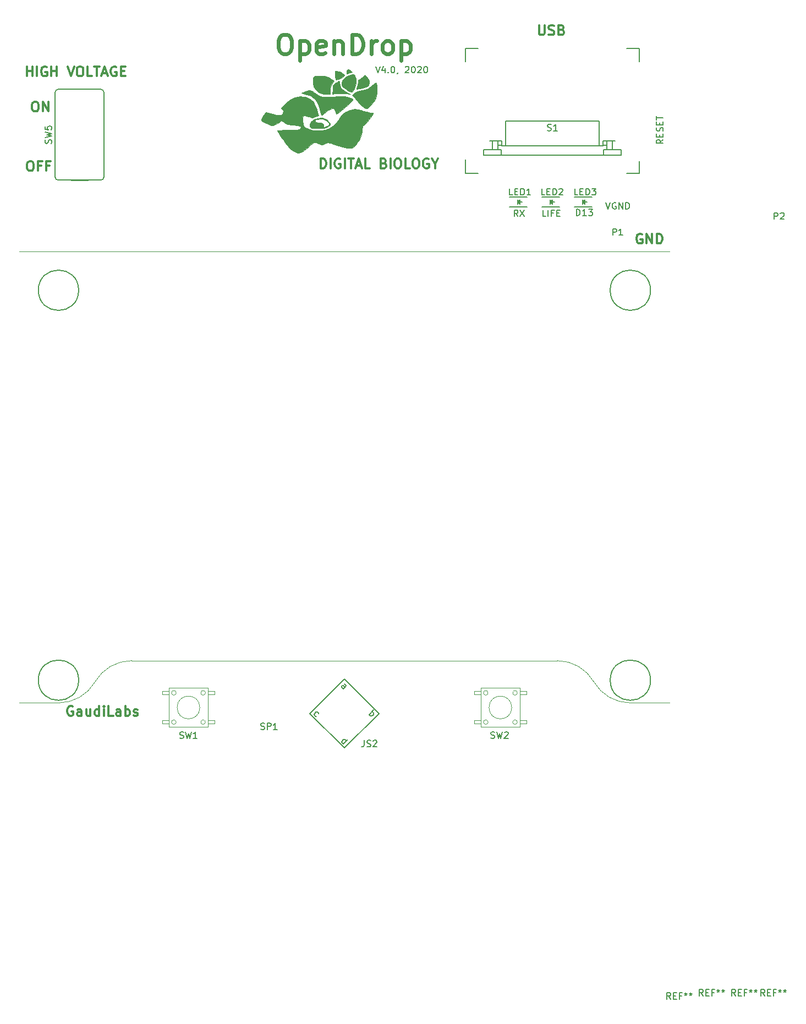
<source format=gbr>
G04 #@! TF.GenerationSoftware,KiCad,Pcbnew,5.0.2-bee76a0~70~ubuntu18.04.1*
G04 #@! TF.CreationDate,2020-04-07T14:55:27+02:00*
G04 #@! TF.ProjectId,OpenDropV4,4f70656e-4472-46f7-9056-342e6b696361,rev?*
G04 #@! TF.SameCoordinates,Original*
G04 #@! TF.FileFunction,Legend,Top*
G04 #@! TF.FilePolarity,Positive*
%FSLAX46Y46*%
G04 Gerber Fmt 4.6, Leading zero omitted, Abs format (unit mm)*
G04 Created by KiCad (PCBNEW 5.0.2-bee76a0~70~ubuntu18.04.1) date Di 07 Apr 2020 14:55:27 CEST*
%MOMM*%
%LPD*%
G01*
G04 APERTURE LIST*
%ADD10C,0.100000*%
%ADD11C,0.150000*%
%ADD12C,0.200000*%
%ADD13C,0.300000*%
%ADD14C,0.600000*%
%ADD15C,0.010000*%
%ADD16C,0.050000*%
%ADD17C,0.152400*%
G04 APERTURE END LIST*
D10*
X144000000Y-137500000D02*
X150000000Y-137500000D01*
X132750417Y-130999277D02*
G75*
G02X138380000Y-134250000I-417J-6500723D01*
G01*
X144004583Y-137492062D02*
G75*
G02X138380000Y-134250000I-4583J6492062D01*
G01*
X61620835Y-134250000D02*
G75*
G02X67250000Y-131000000I5629165J-3250000D01*
G01*
X61629165Y-134250000D02*
G75*
G02X56000000Y-137500000I-5629165J3250000D01*
G01*
X50000000Y-137500000D02*
X56000000Y-137500000D01*
X67240000Y-131000000D02*
X132760000Y-131000000D01*
D11*
X149042380Y-50814380D02*
X148566190Y-51147714D01*
X149042380Y-51385809D02*
X148042380Y-51385809D01*
X148042380Y-51004857D01*
X148090000Y-50909619D01*
X148137619Y-50862000D01*
X148232857Y-50814380D01*
X148375714Y-50814380D01*
X148470952Y-50862000D01*
X148518571Y-50909619D01*
X148566190Y-51004857D01*
X148566190Y-51385809D01*
X148518571Y-50385809D02*
X148518571Y-50052476D01*
X149042380Y-49909619D02*
X149042380Y-50385809D01*
X148042380Y-50385809D01*
X148042380Y-49909619D01*
X148994761Y-49528666D02*
X149042380Y-49385809D01*
X149042380Y-49147714D01*
X148994761Y-49052476D01*
X148947142Y-49004857D01*
X148851904Y-48957238D01*
X148756666Y-48957238D01*
X148661428Y-49004857D01*
X148613809Y-49052476D01*
X148566190Y-49147714D01*
X148518571Y-49338190D01*
X148470952Y-49433428D01*
X148423333Y-49481047D01*
X148328095Y-49528666D01*
X148232857Y-49528666D01*
X148137619Y-49481047D01*
X148090000Y-49433428D01*
X148042380Y-49338190D01*
X148042380Y-49100095D01*
X148090000Y-48957238D01*
X148518571Y-48528666D02*
X148518571Y-48195333D01*
X149042380Y-48052476D02*
X149042380Y-48528666D01*
X148042380Y-48528666D01*
X148042380Y-48052476D01*
X148042380Y-47766761D02*
X148042380Y-47195333D01*
X149042380Y-47481047D02*
X148042380Y-47481047D01*
D12*
X140255857Y-60498380D02*
X140589190Y-61498380D01*
X140922523Y-60498380D01*
X141779666Y-60546000D02*
X141684428Y-60498380D01*
X141541571Y-60498380D01*
X141398714Y-60546000D01*
X141303476Y-60641238D01*
X141255857Y-60736476D01*
X141208238Y-60926952D01*
X141208238Y-61069809D01*
X141255857Y-61260285D01*
X141303476Y-61355523D01*
X141398714Y-61450761D01*
X141541571Y-61498380D01*
X141636809Y-61498380D01*
X141779666Y-61450761D01*
X141827285Y-61403142D01*
X141827285Y-61069809D01*
X141636809Y-61069809D01*
X142255857Y-61498380D02*
X142255857Y-60498380D01*
X142827285Y-61498380D01*
X142827285Y-60498380D01*
X143303476Y-61498380D02*
X143303476Y-60498380D01*
X143541571Y-60498380D01*
X143684428Y-60546000D01*
X143779666Y-60641238D01*
X143827285Y-60736476D01*
X143874904Y-60926952D01*
X143874904Y-61069809D01*
X143827285Y-61260285D01*
X143779666Y-61355523D01*
X143684428Y-61450761D01*
X143541571Y-61498380D01*
X143303476Y-61498380D01*
X135691714Y-62514380D02*
X135691714Y-61514380D01*
X135929809Y-61514380D01*
X136072666Y-61562000D01*
X136167904Y-61657238D01*
X136215523Y-61752476D01*
X136263142Y-61942952D01*
X136263142Y-62085809D01*
X136215523Y-62276285D01*
X136167904Y-62371523D01*
X136072666Y-62466761D01*
X135929809Y-62514380D01*
X135691714Y-62514380D01*
X137215523Y-62514380D02*
X136644095Y-62514380D01*
X136929809Y-62514380D02*
X136929809Y-61514380D01*
X136834571Y-61657238D01*
X136739333Y-61752476D01*
X136644095Y-61800095D01*
X137548857Y-61514380D02*
X138167904Y-61514380D01*
X137834571Y-61895333D01*
X137977428Y-61895333D01*
X138072666Y-61942952D01*
X138120285Y-61990571D01*
X138167904Y-62085809D01*
X138167904Y-62323904D01*
X138120285Y-62419142D01*
X138072666Y-62466761D01*
X137977428Y-62514380D01*
X137691714Y-62514380D01*
X137596476Y-62466761D01*
X137548857Y-62419142D01*
X131016476Y-62641380D02*
X130540285Y-62641380D01*
X130540285Y-61641380D01*
X131349809Y-62641380D02*
X131349809Y-61641380D01*
X132159333Y-62117571D02*
X131826000Y-62117571D01*
X131826000Y-62641380D02*
X131826000Y-61641380D01*
X132302190Y-61641380D01*
X132683142Y-62117571D02*
X133016476Y-62117571D01*
X133159333Y-62641380D02*
X132683142Y-62641380D01*
X132683142Y-61641380D01*
X133159333Y-61641380D01*
D13*
X129933142Y-33214571D02*
X129933142Y-34428857D01*
X130004571Y-34571714D01*
X130076000Y-34643142D01*
X130218857Y-34714571D01*
X130504571Y-34714571D01*
X130647428Y-34643142D01*
X130718857Y-34571714D01*
X130790285Y-34428857D01*
X130790285Y-33214571D01*
X131433142Y-34643142D02*
X131647428Y-34714571D01*
X132004571Y-34714571D01*
X132147428Y-34643142D01*
X132218857Y-34571714D01*
X132290285Y-34428857D01*
X132290285Y-34286000D01*
X132218857Y-34143142D01*
X132147428Y-34071714D01*
X132004571Y-34000285D01*
X131718857Y-33928857D01*
X131576000Y-33857428D01*
X131504571Y-33786000D01*
X131433142Y-33643142D01*
X131433142Y-33500285D01*
X131504571Y-33357428D01*
X131576000Y-33286000D01*
X131718857Y-33214571D01*
X132076000Y-33214571D01*
X132290285Y-33286000D01*
X133433142Y-33928857D02*
X133647428Y-34000285D01*
X133718857Y-34071714D01*
X133790285Y-34214571D01*
X133790285Y-34428857D01*
X133718857Y-34571714D01*
X133647428Y-34643142D01*
X133504571Y-34714571D01*
X132933142Y-34714571D01*
X132933142Y-33214571D01*
X133433142Y-33214571D01*
X133576000Y-33286000D01*
X133647428Y-33357428D01*
X133718857Y-33500285D01*
X133718857Y-33643142D01*
X133647428Y-33786000D01*
X133576000Y-33857428D01*
X133433142Y-33928857D01*
X132933142Y-33928857D01*
X58192171Y-138061200D02*
X58049314Y-137989771D01*
X57835028Y-137989771D01*
X57620742Y-138061200D01*
X57477885Y-138204057D01*
X57406457Y-138346914D01*
X57335028Y-138632628D01*
X57335028Y-138846914D01*
X57406457Y-139132628D01*
X57477885Y-139275485D01*
X57620742Y-139418342D01*
X57835028Y-139489771D01*
X57977885Y-139489771D01*
X58192171Y-139418342D01*
X58263600Y-139346914D01*
X58263600Y-138846914D01*
X57977885Y-138846914D01*
X59549314Y-139489771D02*
X59549314Y-138704057D01*
X59477885Y-138561200D01*
X59335028Y-138489771D01*
X59049314Y-138489771D01*
X58906457Y-138561200D01*
X59549314Y-139418342D02*
X59406457Y-139489771D01*
X59049314Y-139489771D01*
X58906457Y-139418342D01*
X58835028Y-139275485D01*
X58835028Y-139132628D01*
X58906457Y-138989771D01*
X59049314Y-138918342D01*
X59406457Y-138918342D01*
X59549314Y-138846914D01*
X60906457Y-138489771D02*
X60906457Y-139489771D01*
X60263600Y-138489771D02*
X60263600Y-139275485D01*
X60335028Y-139418342D01*
X60477885Y-139489771D01*
X60692171Y-139489771D01*
X60835028Y-139418342D01*
X60906457Y-139346914D01*
X62263600Y-139489771D02*
X62263600Y-137989771D01*
X62263600Y-139418342D02*
X62120742Y-139489771D01*
X61835028Y-139489771D01*
X61692171Y-139418342D01*
X61620742Y-139346914D01*
X61549314Y-139204057D01*
X61549314Y-138775485D01*
X61620742Y-138632628D01*
X61692171Y-138561200D01*
X61835028Y-138489771D01*
X62120742Y-138489771D01*
X62263600Y-138561200D01*
X62977885Y-139489771D02*
X62977885Y-138489771D01*
X62977885Y-137989771D02*
X62906457Y-138061200D01*
X62977885Y-138132628D01*
X63049314Y-138061200D01*
X62977885Y-137989771D01*
X62977885Y-138132628D01*
X64406457Y-139489771D02*
X63692171Y-139489771D01*
X63692171Y-137989771D01*
X65549314Y-139489771D02*
X65549314Y-138704057D01*
X65477885Y-138561200D01*
X65335028Y-138489771D01*
X65049314Y-138489771D01*
X64906457Y-138561200D01*
X65549314Y-139418342D02*
X65406457Y-139489771D01*
X65049314Y-139489771D01*
X64906457Y-139418342D01*
X64835028Y-139275485D01*
X64835028Y-139132628D01*
X64906457Y-138989771D01*
X65049314Y-138918342D01*
X65406457Y-138918342D01*
X65549314Y-138846914D01*
X66263600Y-139489771D02*
X66263600Y-137989771D01*
X66263600Y-138561200D02*
X66406457Y-138489771D01*
X66692171Y-138489771D01*
X66835028Y-138561200D01*
X66906457Y-138632628D01*
X66977885Y-138775485D01*
X66977885Y-139204057D01*
X66906457Y-139346914D01*
X66835028Y-139418342D01*
X66692171Y-139489771D01*
X66406457Y-139489771D01*
X66263600Y-139418342D01*
X67549314Y-139418342D02*
X67692171Y-139489771D01*
X67977885Y-139489771D01*
X68120742Y-139418342D01*
X68192171Y-139275485D01*
X68192171Y-139204057D01*
X68120742Y-139061200D01*
X67977885Y-138989771D01*
X67763600Y-138989771D01*
X67620742Y-138918342D01*
X67549314Y-138775485D01*
X67549314Y-138704057D01*
X67620742Y-138561200D01*
X67763600Y-138489771D01*
X67977885Y-138489771D01*
X68120742Y-138561200D01*
D12*
X104791380Y-39543380D02*
X105124714Y-40543380D01*
X105458047Y-39543380D01*
X106219952Y-39876714D02*
X106219952Y-40543380D01*
X105981857Y-39495761D02*
X105743761Y-40210047D01*
X106362809Y-40210047D01*
X106743761Y-40448142D02*
X106791380Y-40495761D01*
X106743761Y-40543380D01*
X106696142Y-40495761D01*
X106743761Y-40448142D01*
X106743761Y-40543380D01*
X107410428Y-39543380D02*
X107505666Y-39543380D01*
X107600904Y-39591000D01*
X107648523Y-39638619D01*
X107696142Y-39733857D01*
X107743761Y-39924333D01*
X107743761Y-40162428D01*
X107696142Y-40352904D01*
X107648523Y-40448142D01*
X107600904Y-40495761D01*
X107505666Y-40543380D01*
X107410428Y-40543380D01*
X107315190Y-40495761D01*
X107267571Y-40448142D01*
X107219952Y-40352904D01*
X107172333Y-40162428D01*
X107172333Y-39924333D01*
X107219952Y-39733857D01*
X107267571Y-39638619D01*
X107315190Y-39591000D01*
X107410428Y-39543380D01*
X108219952Y-40495761D02*
X108219952Y-40543380D01*
X108172333Y-40638619D01*
X108124714Y-40686238D01*
X109362809Y-39638619D02*
X109410428Y-39591000D01*
X109505666Y-39543380D01*
X109743761Y-39543380D01*
X109839000Y-39591000D01*
X109886619Y-39638619D01*
X109934238Y-39733857D01*
X109934238Y-39829095D01*
X109886619Y-39971952D01*
X109315190Y-40543380D01*
X109934238Y-40543380D01*
X110553285Y-39543380D02*
X110648523Y-39543380D01*
X110743761Y-39591000D01*
X110791380Y-39638619D01*
X110839000Y-39733857D01*
X110886619Y-39924333D01*
X110886619Y-40162428D01*
X110839000Y-40352904D01*
X110791380Y-40448142D01*
X110743761Y-40495761D01*
X110648523Y-40543380D01*
X110553285Y-40543380D01*
X110458047Y-40495761D01*
X110410428Y-40448142D01*
X110362809Y-40352904D01*
X110315190Y-40162428D01*
X110315190Y-39924333D01*
X110362809Y-39733857D01*
X110410428Y-39638619D01*
X110458047Y-39591000D01*
X110553285Y-39543380D01*
X111267571Y-39638619D02*
X111315190Y-39591000D01*
X111410428Y-39543380D01*
X111648523Y-39543380D01*
X111743761Y-39591000D01*
X111791380Y-39638619D01*
X111839000Y-39733857D01*
X111839000Y-39829095D01*
X111791380Y-39971952D01*
X111219952Y-40543380D01*
X111839000Y-40543380D01*
X112458047Y-39543380D02*
X112553285Y-39543380D01*
X112648523Y-39591000D01*
X112696142Y-39638619D01*
X112743761Y-39733857D01*
X112791380Y-39924333D01*
X112791380Y-40162428D01*
X112743761Y-40352904D01*
X112696142Y-40448142D01*
X112648523Y-40495761D01*
X112553285Y-40543380D01*
X112458047Y-40543380D01*
X112362809Y-40495761D01*
X112315190Y-40448142D01*
X112267571Y-40352904D01*
X112219952Y-40162428D01*
X112219952Y-39924333D01*
X112267571Y-39733857D01*
X112315190Y-39638619D01*
X112362809Y-39591000D01*
X112458047Y-39543380D01*
D13*
X145796142Y-65376000D02*
X145653285Y-65304571D01*
X145439000Y-65304571D01*
X145224714Y-65376000D01*
X145081857Y-65518857D01*
X145010428Y-65661714D01*
X144939000Y-65947428D01*
X144939000Y-66161714D01*
X145010428Y-66447428D01*
X145081857Y-66590285D01*
X145224714Y-66733142D01*
X145439000Y-66804571D01*
X145581857Y-66804571D01*
X145796142Y-66733142D01*
X145867571Y-66661714D01*
X145867571Y-66161714D01*
X145581857Y-66161714D01*
X146510428Y-66804571D02*
X146510428Y-65304571D01*
X147367571Y-66804571D01*
X147367571Y-65304571D01*
X148081857Y-66804571D02*
X148081857Y-65304571D01*
X148439000Y-65304571D01*
X148653285Y-65376000D01*
X148796142Y-65518857D01*
X148867571Y-65661714D01*
X148939000Y-65947428D01*
X148939000Y-66161714D01*
X148867571Y-66447428D01*
X148796142Y-66590285D01*
X148653285Y-66733142D01*
X148439000Y-66804571D01*
X148081857Y-66804571D01*
D12*
X126706333Y-62641380D02*
X126373000Y-62165190D01*
X126134904Y-62641380D02*
X126134904Y-61641380D01*
X126515857Y-61641380D01*
X126611095Y-61689000D01*
X126658714Y-61736619D01*
X126706333Y-61831857D01*
X126706333Y-61974714D01*
X126658714Y-62069952D01*
X126611095Y-62117571D01*
X126515857Y-62165190D01*
X126134904Y-62165190D01*
X127039666Y-61641380D02*
X127706333Y-62641380D01*
X127706333Y-61641380D02*
X127039666Y-62641380D01*
D13*
X51530428Y-54128571D02*
X51816142Y-54128571D01*
X51959000Y-54200000D01*
X52101857Y-54342857D01*
X52173285Y-54628571D01*
X52173285Y-55128571D01*
X52101857Y-55414285D01*
X51959000Y-55557142D01*
X51816142Y-55628571D01*
X51530428Y-55628571D01*
X51387571Y-55557142D01*
X51244714Y-55414285D01*
X51173285Y-55128571D01*
X51173285Y-54628571D01*
X51244714Y-54342857D01*
X51387571Y-54200000D01*
X51530428Y-54128571D01*
X53316142Y-54842857D02*
X52816142Y-54842857D01*
X52816142Y-55628571D02*
X52816142Y-54128571D01*
X53530428Y-54128571D01*
X54601857Y-54842857D02*
X54101857Y-54842857D01*
X54101857Y-55628571D02*
X54101857Y-54128571D01*
X54816142Y-54128571D01*
X52284428Y-44984571D02*
X52570142Y-44984571D01*
X52713000Y-45056000D01*
X52855857Y-45198857D01*
X52927285Y-45484571D01*
X52927285Y-45984571D01*
X52855857Y-46270285D01*
X52713000Y-46413142D01*
X52570142Y-46484571D01*
X52284428Y-46484571D01*
X52141571Y-46413142D01*
X51998714Y-46270285D01*
X51927285Y-45984571D01*
X51927285Y-45484571D01*
X51998714Y-45198857D01*
X52141571Y-45056000D01*
X52284428Y-44984571D01*
X53570142Y-46484571D02*
X53570142Y-44984571D01*
X54427285Y-46484571D01*
X54427285Y-44984571D01*
X51102571Y-41064571D02*
X51102571Y-39564571D01*
X51102571Y-40278857D02*
X51959714Y-40278857D01*
X51959714Y-41064571D02*
X51959714Y-39564571D01*
X52674000Y-41064571D02*
X52674000Y-39564571D01*
X54174000Y-39636000D02*
X54031142Y-39564571D01*
X53816857Y-39564571D01*
X53602571Y-39636000D01*
X53459714Y-39778857D01*
X53388285Y-39921714D01*
X53316857Y-40207428D01*
X53316857Y-40421714D01*
X53388285Y-40707428D01*
X53459714Y-40850285D01*
X53602571Y-40993142D01*
X53816857Y-41064571D01*
X53959714Y-41064571D01*
X54174000Y-40993142D01*
X54245428Y-40921714D01*
X54245428Y-40421714D01*
X53959714Y-40421714D01*
X54888285Y-41064571D02*
X54888285Y-39564571D01*
X54888285Y-40278857D02*
X55745428Y-40278857D01*
X55745428Y-41064571D02*
X55745428Y-39564571D01*
X57388285Y-39564571D02*
X57888285Y-41064571D01*
X58388285Y-39564571D01*
X59174000Y-39564571D02*
X59459714Y-39564571D01*
X59602571Y-39636000D01*
X59745428Y-39778857D01*
X59816857Y-40064571D01*
X59816857Y-40564571D01*
X59745428Y-40850285D01*
X59602571Y-40993142D01*
X59459714Y-41064571D01*
X59174000Y-41064571D01*
X59031142Y-40993142D01*
X58888285Y-40850285D01*
X58816857Y-40564571D01*
X58816857Y-40064571D01*
X58888285Y-39778857D01*
X59031142Y-39636000D01*
X59174000Y-39564571D01*
X61174000Y-41064571D02*
X60459714Y-41064571D01*
X60459714Y-39564571D01*
X61459714Y-39564571D02*
X62316857Y-39564571D01*
X61888285Y-41064571D02*
X61888285Y-39564571D01*
X62745428Y-40636000D02*
X63459714Y-40636000D01*
X62602571Y-41064571D02*
X63102571Y-39564571D01*
X63602571Y-41064571D01*
X64888285Y-39636000D02*
X64745428Y-39564571D01*
X64531142Y-39564571D01*
X64316857Y-39636000D01*
X64174000Y-39778857D01*
X64102571Y-39921714D01*
X64031142Y-40207428D01*
X64031142Y-40421714D01*
X64102571Y-40707428D01*
X64174000Y-40850285D01*
X64316857Y-40993142D01*
X64531142Y-41064571D01*
X64674000Y-41064571D01*
X64888285Y-40993142D01*
X64959714Y-40921714D01*
X64959714Y-40421714D01*
X64674000Y-40421714D01*
X65602571Y-40278857D02*
X66102571Y-40278857D01*
X66316857Y-41064571D02*
X65602571Y-41064571D01*
X65602571Y-39564571D01*
X66316857Y-39564571D01*
D14*
X90571428Y-34638142D02*
X91142857Y-34638142D01*
X91428571Y-34781000D01*
X91714285Y-35066714D01*
X91857142Y-35638142D01*
X91857142Y-36638142D01*
X91714285Y-37209571D01*
X91428571Y-37495285D01*
X91142857Y-37638142D01*
X90571428Y-37638142D01*
X90285714Y-37495285D01*
X90000000Y-37209571D01*
X89857142Y-36638142D01*
X89857142Y-35638142D01*
X90000000Y-35066714D01*
X90285714Y-34781000D01*
X90571428Y-34638142D01*
X93142857Y-35638142D02*
X93142857Y-38638142D01*
X93142857Y-35781000D02*
X93428571Y-35638142D01*
X94000000Y-35638142D01*
X94285714Y-35781000D01*
X94428571Y-35923857D01*
X94571428Y-36209571D01*
X94571428Y-37066714D01*
X94428571Y-37352428D01*
X94285714Y-37495285D01*
X94000000Y-37638142D01*
X93428571Y-37638142D01*
X93142857Y-37495285D01*
X97000000Y-37495285D02*
X96714285Y-37638142D01*
X96142857Y-37638142D01*
X95857142Y-37495285D01*
X95714285Y-37209571D01*
X95714285Y-36066714D01*
X95857142Y-35781000D01*
X96142857Y-35638142D01*
X96714285Y-35638142D01*
X97000000Y-35781000D01*
X97142857Y-36066714D01*
X97142857Y-36352428D01*
X95714285Y-36638142D01*
X98428571Y-35638142D02*
X98428571Y-37638142D01*
X98428571Y-35923857D02*
X98571428Y-35781000D01*
X98857142Y-35638142D01*
X99285714Y-35638142D01*
X99571428Y-35781000D01*
X99714285Y-36066714D01*
X99714285Y-37638142D01*
X101142857Y-37638142D02*
X101142857Y-34638142D01*
X101857142Y-34638142D01*
X102285714Y-34781000D01*
X102571428Y-35066714D01*
X102714285Y-35352428D01*
X102857142Y-35923857D01*
X102857142Y-36352428D01*
X102714285Y-36923857D01*
X102571428Y-37209571D01*
X102285714Y-37495285D01*
X101857142Y-37638142D01*
X101142857Y-37638142D01*
X104142857Y-37638142D02*
X104142857Y-35638142D01*
X104142857Y-36209571D02*
X104285714Y-35923857D01*
X104428571Y-35781000D01*
X104714285Y-35638142D01*
X105000000Y-35638142D01*
X106428571Y-37638142D02*
X106142857Y-37495285D01*
X106000000Y-37352428D01*
X105857142Y-37066714D01*
X105857142Y-36209571D01*
X106000000Y-35923857D01*
X106142857Y-35781000D01*
X106428571Y-35638142D01*
X106857142Y-35638142D01*
X107142857Y-35781000D01*
X107285714Y-35923857D01*
X107428571Y-36209571D01*
X107428571Y-37066714D01*
X107285714Y-37352428D01*
X107142857Y-37495285D01*
X106857142Y-37638142D01*
X106428571Y-37638142D01*
X108714285Y-35638142D02*
X108714285Y-38638142D01*
X108714285Y-35781000D02*
X109000000Y-35638142D01*
X109571428Y-35638142D01*
X109857142Y-35781000D01*
X110000000Y-35923857D01*
X110142857Y-36209571D01*
X110142857Y-37066714D01*
X110000000Y-37352428D01*
X109857142Y-37495285D01*
X109571428Y-37638142D01*
X109000000Y-37638142D01*
X108714285Y-37495285D01*
D13*
X96354428Y-55247571D02*
X96354428Y-53747571D01*
X96711571Y-53747571D01*
X96925857Y-53819000D01*
X97068714Y-53961857D01*
X97140142Y-54104714D01*
X97211571Y-54390428D01*
X97211571Y-54604714D01*
X97140142Y-54890428D01*
X97068714Y-55033285D01*
X96925857Y-55176142D01*
X96711571Y-55247571D01*
X96354428Y-55247571D01*
X97854428Y-55247571D02*
X97854428Y-53747571D01*
X99354428Y-53819000D02*
X99211571Y-53747571D01*
X98997285Y-53747571D01*
X98783000Y-53819000D01*
X98640142Y-53961857D01*
X98568714Y-54104714D01*
X98497285Y-54390428D01*
X98497285Y-54604714D01*
X98568714Y-54890428D01*
X98640142Y-55033285D01*
X98783000Y-55176142D01*
X98997285Y-55247571D01*
X99140142Y-55247571D01*
X99354428Y-55176142D01*
X99425857Y-55104714D01*
X99425857Y-54604714D01*
X99140142Y-54604714D01*
X100068714Y-55247571D02*
X100068714Y-53747571D01*
X100568714Y-53747571D02*
X101425857Y-53747571D01*
X100997285Y-55247571D02*
X100997285Y-53747571D01*
X101854428Y-54819000D02*
X102568714Y-54819000D01*
X101711571Y-55247571D02*
X102211571Y-53747571D01*
X102711571Y-55247571D01*
X103925857Y-55247571D02*
X103211571Y-55247571D01*
X103211571Y-53747571D01*
X106068714Y-54461857D02*
X106283000Y-54533285D01*
X106354428Y-54604714D01*
X106425857Y-54747571D01*
X106425857Y-54961857D01*
X106354428Y-55104714D01*
X106283000Y-55176142D01*
X106140142Y-55247571D01*
X105568714Y-55247571D01*
X105568714Y-53747571D01*
X106068714Y-53747571D01*
X106211571Y-53819000D01*
X106283000Y-53890428D01*
X106354428Y-54033285D01*
X106354428Y-54176142D01*
X106283000Y-54319000D01*
X106211571Y-54390428D01*
X106068714Y-54461857D01*
X105568714Y-54461857D01*
X107068714Y-55247571D02*
X107068714Y-53747571D01*
X108068714Y-53747571D02*
X108354428Y-53747571D01*
X108497285Y-53819000D01*
X108640142Y-53961857D01*
X108711571Y-54247571D01*
X108711571Y-54747571D01*
X108640142Y-55033285D01*
X108497285Y-55176142D01*
X108354428Y-55247571D01*
X108068714Y-55247571D01*
X107925857Y-55176142D01*
X107783000Y-55033285D01*
X107711571Y-54747571D01*
X107711571Y-54247571D01*
X107783000Y-53961857D01*
X107925857Y-53819000D01*
X108068714Y-53747571D01*
X110068714Y-55247571D02*
X109354428Y-55247571D01*
X109354428Y-53747571D01*
X110854428Y-53747571D02*
X111140142Y-53747571D01*
X111283000Y-53819000D01*
X111425857Y-53961857D01*
X111497285Y-54247571D01*
X111497285Y-54747571D01*
X111425857Y-55033285D01*
X111283000Y-55176142D01*
X111140142Y-55247571D01*
X110854428Y-55247571D01*
X110711571Y-55176142D01*
X110568714Y-55033285D01*
X110497285Y-54747571D01*
X110497285Y-54247571D01*
X110568714Y-53961857D01*
X110711571Y-53819000D01*
X110854428Y-53747571D01*
X112925857Y-53819000D02*
X112783000Y-53747571D01*
X112568714Y-53747571D01*
X112354428Y-53819000D01*
X112211571Y-53961857D01*
X112140142Y-54104714D01*
X112068714Y-54390428D01*
X112068714Y-54604714D01*
X112140142Y-54890428D01*
X112211571Y-55033285D01*
X112354428Y-55176142D01*
X112568714Y-55247571D01*
X112711571Y-55247571D01*
X112925857Y-55176142D01*
X112997285Y-55104714D01*
X112997285Y-54604714D01*
X112711571Y-54604714D01*
X113925857Y-54533285D02*
X113925857Y-55247571D01*
X113425857Y-53747571D02*
X113925857Y-54533285D01*
X114425857Y-53747571D01*
D10*
X50000000Y-68000000D02*
X150000000Y-68000000D01*
D11*
G04 #@! TO.C,P15*
X59100000Y-134000000D02*
G75*
G03X59100000Y-134000000I-3100000J0D01*
G01*
D15*
G04 #@! TO.C,G\002A\002A\002A*
G36*
X100639585Y-40006138D02*
X100788163Y-40086581D01*
X100923026Y-40175785D01*
X101223906Y-40389703D01*
X100820101Y-40526101D01*
X100609382Y-40595253D01*
X100448386Y-40644331D01*
X100373148Y-40662500D01*
X100342111Y-40607636D01*
X100330936Y-40487875D01*
X100359982Y-40301548D01*
X100430541Y-40123704D01*
X100520543Y-40003893D01*
X100555448Y-39983823D01*
X100639585Y-40006138D01*
X100639585Y-40006138D01*
G37*
X100639585Y-40006138D02*
X100788163Y-40086581D01*
X100923026Y-40175785D01*
X101223906Y-40389703D01*
X100820101Y-40526101D01*
X100609382Y-40595253D01*
X100448386Y-40644331D01*
X100373148Y-40662500D01*
X100342111Y-40607636D01*
X100330936Y-40487875D01*
X100359982Y-40301548D01*
X100430541Y-40123704D01*
X100520543Y-40003893D01*
X100555448Y-39983823D01*
X100639585Y-40006138D01*
G36*
X98821389Y-40257366D02*
X99036131Y-40307818D01*
X99260880Y-40375955D01*
X99459304Y-40452887D01*
X99504500Y-40474441D01*
X99698810Y-40596271D01*
X99870018Y-40740370D01*
X99879730Y-40750544D01*
X100032710Y-40914448D01*
X99725997Y-41185349D01*
X99462143Y-41383071D01*
X99221889Y-41482459D01*
X99160266Y-41494134D01*
X98968617Y-41529388D01*
X98819104Y-41569155D01*
X98796486Y-41577862D01*
X98717479Y-41580423D01*
X98652708Y-41492440D01*
X98610167Y-41381227D01*
X98572210Y-41212582D01*
X98544851Y-40985891D01*
X98529496Y-40738375D01*
X98527552Y-40507255D01*
X98540424Y-40329751D01*
X98567248Y-40245084D01*
X98652984Y-40233491D01*
X98821389Y-40257366D01*
X98821389Y-40257366D01*
G37*
X98821389Y-40257366D02*
X99036131Y-40307818D01*
X99260880Y-40375955D01*
X99459304Y-40452887D01*
X99504500Y-40474441D01*
X99698810Y-40596271D01*
X99870018Y-40740370D01*
X99879730Y-40750544D01*
X100032710Y-40914448D01*
X99725997Y-41185349D01*
X99462143Y-41383071D01*
X99221889Y-41482459D01*
X99160266Y-41494134D01*
X98968617Y-41529388D01*
X98819104Y-41569155D01*
X98796486Y-41577862D01*
X98717479Y-41580423D01*
X98652708Y-41492440D01*
X98610167Y-41381227D01*
X98572210Y-41212582D01*
X98544851Y-40985891D01*
X98529496Y-40738375D01*
X98527552Y-40507255D01*
X98540424Y-40329751D01*
X98567248Y-40245084D01*
X98652984Y-40233491D01*
X98821389Y-40257366D01*
G36*
X103359911Y-41139358D02*
X103618027Y-41477048D01*
X103766620Y-41778423D01*
X103810975Y-42061468D01*
X103756377Y-42344168D01*
X103732252Y-42406572D01*
X103649368Y-42553144D01*
X103525896Y-42666189D01*
X103340696Y-42755686D01*
X103072627Y-42831617D01*
X102700550Y-42903965D01*
X102666567Y-42909743D01*
X102390282Y-42958674D01*
X102153353Y-43004854D01*
X101989264Y-43041549D01*
X101941168Y-43055637D01*
X101865486Y-43067627D01*
X101874335Y-42995543D01*
X101882358Y-42975399D01*
X102037641Y-42498286D01*
X102105722Y-42044920D01*
X102108000Y-41955010D01*
X102113164Y-41756238D01*
X102142521Y-41643529D01*
X102216860Y-41575990D01*
X102326415Y-41525444D01*
X102493276Y-41431479D01*
X102696902Y-41283758D01*
X102842203Y-41160076D01*
X103139576Y-40885967D01*
X103359911Y-41139358D01*
X103359911Y-41139358D01*
G37*
X103359911Y-41139358D02*
X103618027Y-41477048D01*
X103766620Y-41778423D01*
X103810975Y-42061468D01*
X103756377Y-42344168D01*
X103732252Y-42406572D01*
X103649368Y-42553144D01*
X103525896Y-42666189D01*
X103340696Y-42755686D01*
X103072627Y-42831617D01*
X102700550Y-42903965D01*
X102666567Y-42909743D01*
X102390282Y-42958674D01*
X102153353Y-43004854D01*
X101989264Y-43041549D01*
X101941168Y-43055637D01*
X101865486Y-43067627D01*
X101874335Y-42995543D01*
X101882358Y-42975399D01*
X102037641Y-42498286D01*
X102105722Y-42044920D01*
X102108000Y-41955010D01*
X102113164Y-41756238D01*
X102142521Y-41643529D01*
X102216860Y-41575990D01*
X102326415Y-41525444D01*
X102493276Y-41431479D01*
X102696902Y-41283758D01*
X102842203Y-41160076D01*
X103139576Y-40885967D01*
X103359911Y-41139358D01*
G36*
X101437067Y-40757035D02*
X101504143Y-40844775D01*
X101585322Y-41023455D01*
X101586817Y-41026930D01*
X101740238Y-41447729D01*
X101808471Y-41811992D01*
X101796969Y-42152142D01*
X101786596Y-42214698D01*
X101730431Y-42424952D01*
X101638502Y-42673579D01*
X101524820Y-42932007D01*
X101403395Y-43171666D01*
X101288238Y-43363985D01*
X101193361Y-43480394D01*
X101155500Y-43501632D01*
X101039977Y-43487227D01*
X100866701Y-43434989D01*
X100806250Y-43411800D01*
X100525236Y-43274961D01*
X100227690Y-43093706D01*
X99956072Y-42896684D01*
X99752843Y-42712545D01*
X99727767Y-42684128D01*
X99600373Y-42440970D01*
X99565647Y-42151002D01*
X99624816Y-41855547D01*
X99698685Y-41704287D01*
X99901748Y-41460444D01*
X100192519Y-41219444D01*
X100533441Y-41005039D01*
X100886953Y-40840980D01*
X101203169Y-40752916D01*
X101348580Y-40734870D01*
X101437067Y-40757035D01*
X101437067Y-40757035D01*
G37*
X101437067Y-40757035D02*
X101504143Y-40844775D01*
X101585322Y-41023455D01*
X101586817Y-41026930D01*
X101740238Y-41447729D01*
X101808471Y-41811992D01*
X101796969Y-42152142D01*
X101786596Y-42214698D01*
X101730431Y-42424952D01*
X101638502Y-42673579D01*
X101524820Y-42932007D01*
X101403395Y-43171666D01*
X101288238Y-43363985D01*
X101193361Y-43480394D01*
X101155500Y-43501632D01*
X101039977Y-43487227D01*
X100866701Y-43434989D01*
X100806250Y-43411800D01*
X100525236Y-43274961D01*
X100227690Y-43093706D01*
X99956072Y-42896684D01*
X99752843Y-42712545D01*
X99727767Y-42684128D01*
X99600373Y-42440970D01*
X99565647Y-42151002D01*
X99624816Y-41855547D01*
X99698685Y-41704287D01*
X99901748Y-41460444D01*
X100192519Y-41219444D01*
X100533441Y-41005039D01*
X100886953Y-40840980D01*
X101203169Y-40752916D01*
X101348580Y-40734870D01*
X101437067Y-40757035D01*
G36*
X99212427Y-41847023D02*
X99245272Y-41972603D01*
X99250500Y-42125529D01*
X99294907Y-42477074D01*
X99433717Y-42788999D01*
X99675316Y-43071404D01*
X100028088Y-43334388D01*
X100441125Y-43559699D01*
X100709297Y-43694580D01*
X100860230Y-43783474D01*
X100894349Y-43828190D01*
X100812077Y-43830538D01*
X100613839Y-43792325D01*
X100488750Y-43762827D01*
X100266543Y-43727883D01*
X99954865Y-43703960D01*
X99590818Y-43691685D01*
X99211506Y-43691685D01*
X98854031Y-43704590D01*
X98561613Y-43730236D01*
X98158477Y-43781723D01*
X98180613Y-43179115D01*
X98203221Y-42831614D01*
X98252515Y-42577336D01*
X98345363Y-42382884D01*
X98498632Y-42214859D01*
X98729189Y-42039867D01*
X98770121Y-42011875D01*
X98992359Y-41870801D01*
X99133959Y-41814470D01*
X99212427Y-41847023D01*
X99212427Y-41847023D01*
G37*
X99212427Y-41847023D02*
X99245272Y-41972603D01*
X99250500Y-42125529D01*
X99294907Y-42477074D01*
X99433717Y-42788999D01*
X99675316Y-43071404D01*
X100028088Y-43334388D01*
X100441125Y-43559699D01*
X100709297Y-43694580D01*
X100860230Y-43783474D01*
X100894349Y-43828190D01*
X100812077Y-43830538D01*
X100613839Y-43792325D01*
X100488750Y-43762827D01*
X100266543Y-43727883D01*
X99954865Y-43703960D01*
X99590818Y-43691685D01*
X99211506Y-43691685D01*
X98854031Y-43704590D01*
X98561613Y-43730236D01*
X98158477Y-43781723D01*
X98180613Y-43179115D01*
X98203221Y-42831614D01*
X98252515Y-42577336D01*
X98345363Y-42382884D01*
X98498632Y-42214859D01*
X98729189Y-42039867D01*
X98770121Y-42011875D01*
X98992359Y-41870801D01*
X99133959Y-41814470D01*
X99212427Y-41847023D01*
G36*
X96430152Y-40996634D02*
X96750822Y-41014199D01*
X96989213Y-41043668D01*
X97190021Y-41094484D01*
X97397941Y-41176091D01*
X97499948Y-41222665D01*
X97755634Y-41353779D01*
X98002963Y-41499471D01*
X98177397Y-41620066D01*
X98425453Y-41816531D01*
X98205112Y-42073950D01*
X97962293Y-42445561D01*
X97828083Y-42870776D01*
X97799193Y-43360376D01*
X97801084Y-43398306D01*
X97825901Y-43837500D01*
X97347575Y-43831121D01*
X97074489Y-43820227D01*
X96817163Y-43797777D01*
X96631024Y-43768616D01*
X96630138Y-43768408D01*
X96222644Y-43622313D01*
X95857214Y-43395991D01*
X95558154Y-43110232D01*
X95349768Y-42785828D01*
X95288623Y-42620846D01*
X95202410Y-42239373D01*
X95154804Y-41864662D01*
X95149609Y-41537877D01*
X95172440Y-41363167D01*
X95221326Y-41219485D01*
X95310818Y-41132361D01*
X95481055Y-41065010D01*
X95506159Y-41057312D01*
X95793030Y-41006413D01*
X96196267Y-40991160D01*
X96430152Y-40996634D01*
X96430152Y-40996634D01*
G37*
X96430152Y-40996634D02*
X96750822Y-41014199D01*
X96989213Y-41043668D01*
X97190021Y-41094484D01*
X97397941Y-41176091D01*
X97499948Y-41222665D01*
X97755634Y-41353779D01*
X98002963Y-41499471D01*
X98177397Y-41620066D01*
X98425453Y-41816531D01*
X98205112Y-42073950D01*
X97962293Y-42445561D01*
X97828083Y-42870776D01*
X97799193Y-43360376D01*
X97801084Y-43398306D01*
X97825901Y-43837500D01*
X97347575Y-43831121D01*
X97074489Y-43820227D01*
X96817163Y-43797777D01*
X96631024Y-43768616D01*
X96630138Y-43768408D01*
X96222644Y-43622313D01*
X95857214Y-43395991D01*
X95558154Y-43110232D01*
X95349768Y-42785828D01*
X95288623Y-42620846D01*
X95202410Y-42239373D01*
X95154804Y-41864662D01*
X95149609Y-41537877D01*
X95172440Y-41363167D01*
X95221326Y-41219485D01*
X95310818Y-41132361D01*
X95481055Y-41065010D01*
X95506159Y-41057312D01*
X95793030Y-41006413D01*
X96196267Y-40991160D01*
X96430152Y-40996634D01*
G36*
X104859450Y-42059278D02*
X104899488Y-42114306D01*
X104911141Y-42135164D01*
X104948631Y-42261981D01*
X104982147Y-42482923D01*
X105007419Y-42765117D01*
X105016788Y-42948500D01*
X105008754Y-43527172D01*
X104933519Y-44031179D01*
X104783843Y-44497810D01*
X104666319Y-44753716D01*
X104564072Y-44915862D01*
X104405777Y-45121150D01*
X104211760Y-45348047D01*
X104002348Y-45575019D01*
X103797868Y-45780531D01*
X103618646Y-45943049D01*
X103485010Y-46041040D01*
X103433321Y-46059949D01*
X103327496Y-46033194D01*
X103159656Y-45965526D01*
X103073295Y-45924790D01*
X102840756Y-45775138D01*
X102567510Y-45545177D01*
X102280886Y-45261841D01*
X102008208Y-44952060D01*
X101785446Y-44655558D01*
X101629767Y-44439993D01*
X101473067Y-44244936D01*
X101360198Y-44123541D01*
X101187250Y-43963052D01*
X101377750Y-43804101D01*
X101702301Y-43562198D01*
X102019961Y-43396723D01*
X102379395Y-43286395D01*
X102693065Y-43228905D01*
X103187583Y-43127267D01*
X103604363Y-42972204D01*
X103985475Y-42743173D01*
X104372989Y-42419629D01*
X104397592Y-42396546D01*
X104599678Y-42207568D01*
X104730228Y-42095382D01*
X104809924Y-42049461D01*
X104859450Y-42059278D01*
X104859450Y-42059278D01*
G37*
X104859450Y-42059278D02*
X104899488Y-42114306D01*
X104911141Y-42135164D01*
X104948631Y-42261981D01*
X104982147Y-42482923D01*
X105007419Y-42765117D01*
X105016788Y-42948500D01*
X105008754Y-43527172D01*
X104933519Y-44031179D01*
X104783843Y-44497810D01*
X104666319Y-44753716D01*
X104564072Y-44915862D01*
X104405777Y-45121150D01*
X104211760Y-45348047D01*
X104002348Y-45575019D01*
X103797868Y-45780531D01*
X103618646Y-45943049D01*
X103485010Y-46041040D01*
X103433321Y-46059949D01*
X103327496Y-46033194D01*
X103159656Y-45965526D01*
X103073295Y-45924790D01*
X102840756Y-45775138D01*
X102567510Y-45545177D01*
X102280886Y-45261841D01*
X102008208Y-44952060D01*
X101785446Y-44655558D01*
X101629767Y-44439993D01*
X101473067Y-44244936D01*
X101360198Y-44123541D01*
X101187250Y-43963052D01*
X101377750Y-43804101D01*
X101702301Y-43562198D01*
X102019961Y-43396723D01*
X102379395Y-43286395D01*
X102693065Y-43228905D01*
X103187583Y-43127267D01*
X103604363Y-42972204D01*
X103985475Y-42743173D01*
X104372989Y-42419629D01*
X104397592Y-42396546D01*
X104599678Y-42207568D01*
X104730228Y-42095382D01*
X104809924Y-42049461D01*
X104859450Y-42059278D01*
G36*
X94890765Y-43282199D02*
X95161085Y-43413690D01*
X95209067Y-43447897D01*
X95617142Y-43742860D01*
X95961254Y-43961998D01*
X96271354Y-44114983D01*
X96577389Y-44211488D01*
X96909309Y-44261185D01*
X97297062Y-44273747D01*
X97726500Y-44260928D01*
X98097474Y-44239992D01*
X98484713Y-44211824D01*
X98836858Y-44180470D01*
X99056062Y-44156161D01*
X99573687Y-44119907D01*
X100061854Y-44152889D01*
X100072062Y-44154284D01*
X100359774Y-44210903D01*
X100650847Y-44296577D01*
X100915401Y-44399250D01*
X101123559Y-44506865D01*
X101245441Y-44607367D01*
X101260532Y-44633843D01*
X101241898Y-44760160D01*
X101113444Y-44948619D01*
X100875730Y-45198556D01*
X100529319Y-45509305D01*
X100497208Y-45536535D01*
X100188068Y-45792515D01*
X99872494Y-46044633D01*
X99566505Y-46281077D01*
X99286117Y-46490038D01*
X99047349Y-46659706D01*
X98866218Y-46778270D01*
X98758743Y-46833920D01*
X98737329Y-46834132D01*
X98699261Y-46751026D01*
X98645527Y-46591402D01*
X98619941Y-46504500D01*
X98508440Y-46216581D01*
X98368323Y-46048751D01*
X98203050Y-45996500D01*
X98014185Y-46037375D01*
X97761090Y-46149133D01*
X97471883Y-46315476D01*
X97174680Y-46520104D01*
X96897599Y-46746716D01*
X96877675Y-46764820D01*
X96659021Y-46954080D01*
X96509664Y-47058759D01*
X96436473Y-47074227D01*
X96431401Y-47065638D01*
X96404207Y-46968548D01*
X96353459Y-46782559D01*
X96288360Y-46541475D01*
X96261385Y-46441000D01*
X96088642Y-45852478D01*
X95912375Y-45374008D01*
X95723531Y-44988765D01*
X95513057Y-44679922D01*
X95271902Y-44430651D01*
X95112398Y-44305305D01*
X94812988Y-44107069D01*
X94538553Y-43967235D01*
X94236510Y-43863050D01*
X93903467Y-43782219D01*
X93393799Y-43672576D01*
X93850735Y-43461961D01*
X94254777Y-43306135D01*
X94595058Y-43246281D01*
X94890765Y-43282199D01*
X94890765Y-43282199D01*
G37*
X94890765Y-43282199D02*
X95161085Y-43413690D01*
X95209067Y-43447897D01*
X95617142Y-43742860D01*
X95961254Y-43961998D01*
X96271354Y-44114983D01*
X96577389Y-44211488D01*
X96909309Y-44261185D01*
X97297062Y-44273747D01*
X97726500Y-44260928D01*
X98097474Y-44239992D01*
X98484713Y-44211824D01*
X98836858Y-44180470D01*
X99056062Y-44156161D01*
X99573687Y-44119907D01*
X100061854Y-44152889D01*
X100072062Y-44154284D01*
X100359774Y-44210903D01*
X100650847Y-44296577D01*
X100915401Y-44399250D01*
X101123559Y-44506865D01*
X101245441Y-44607367D01*
X101260532Y-44633843D01*
X101241898Y-44760160D01*
X101113444Y-44948619D01*
X100875730Y-45198556D01*
X100529319Y-45509305D01*
X100497208Y-45536535D01*
X100188068Y-45792515D01*
X99872494Y-46044633D01*
X99566505Y-46281077D01*
X99286117Y-46490038D01*
X99047349Y-46659706D01*
X98866218Y-46778270D01*
X98758743Y-46833920D01*
X98737329Y-46834132D01*
X98699261Y-46751026D01*
X98645527Y-46591402D01*
X98619941Y-46504500D01*
X98508440Y-46216581D01*
X98368323Y-46048751D01*
X98203050Y-45996500D01*
X98014185Y-46037375D01*
X97761090Y-46149133D01*
X97471883Y-46315476D01*
X97174680Y-46520104D01*
X96897599Y-46746716D01*
X96877675Y-46764820D01*
X96659021Y-46954080D01*
X96509664Y-47058759D01*
X96436473Y-47074227D01*
X96431401Y-47065638D01*
X96404207Y-46968548D01*
X96353459Y-46782559D01*
X96288360Y-46541475D01*
X96261385Y-46441000D01*
X96088642Y-45852478D01*
X95912375Y-45374008D01*
X95723531Y-44988765D01*
X95513057Y-44679922D01*
X95271902Y-44430651D01*
X95112398Y-44305305D01*
X94812988Y-44107069D01*
X94538553Y-43967235D01*
X94236510Y-43863050D01*
X93903467Y-43782219D01*
X93393799Y-43672576D01*
X93850735Y-43461961D01*
X94254777Y-43306135D01*
X94595058Y-43246281D01*
X94890765Y-43282199D01*
G36*
X96670631Y-47499539D02*
X96748867Y-47521369D01*
X97064953Y-47654124D01*
X97347006Y-47828187D01*
X97578020Y-48026235D01*
X97740990Y-48230942D01*
X97818910Y-48424983D01*
X97796194Y-48588424D01*
X97653248Y-48741140D01*
X97407662Y-48879289D01*
X97083765Y-48991024D01*
X96871448Y-49038719D01*
X96617809Y-49071089D01*
X96295584Y-49091500D01*
X95940197Y-49099995D01*
X95587074Y-49096618D01*
X95271640Y-49081415D01*
X95029321Y-49054429D01*
X94945865Y-49036307D01*
X94755570Y-48928102D01*
X94659087Y-48752513D01*
X94656541Y-48527899D01*
X94748060Y-48272619D01*
X94933769Y-48005031D01*
X94938759Y-47999322D01*
X95023819Y-47929234D01*
X95478360Y-47929234D01*
X95485062Y-47962942D01*
X95518939Y-48043026D01*
X95587449Y-48100804D01*
X95714937Y-48145625D01*
X95925748Y-48186840D01*
X96159152Y-48221858D01*
X96393726Y-48262953D01*
X96583623Y-48310429D01*
X96688563Y-48354171D01*
X96689716Y-48355101D01*
X96744453Y-48460192D01*
X96772876Y-48631279D01*
X96774000Y-48672485D01*
X96780123Y-48830506D01*
X96815731Y-48891799D01*
X96906681Y-48886581D01*
X96948625Y-48876564D01*
X97135615Y-48819791D01*
X97327334Y-48748459D01*
X97523972Y-48621492D01*
X97642198Y-48452104D01*
X97663000Y-48347142D01*
X97610259Y-48241005D01*
X97469401Y-48101011D01*
X97266467Y-47948947D01*
X97027500Y-47806602D01*
X96999798Y-47792304D01*
X96824336Y-47711466D01*
X96666699Y-47666757D01*
X96481723Y-47651054D01*
X96224246Y-47657230D01*
X96163064Y-47660307D01*
X95832962Y-47689830D01*
X95616815Y-47740919D01*
X95502616Y-47818934D01*
X95478360Y-47929234D01*
X95023819Y-47929234D01*
X95198272Y-47785490D01*
X95540356Y-47618262D01*
X95925870Y-47507970D01*
X96315676Y-47464951D01*
X96670631Y-47499539D01*
X96670631Y-47499539D01*
G37*
X96670631Y-47499539D02*
X96748867Y-47521369D01*
X97064953Y-47654124D01*
X97347006Y-47828187D01*
X97578020Y-48026235D01*
X97740990Y-48230942D01*
X97818910Y-48424983D01*
X97796194Y-48588424D01*
X97653248Y-48741140D01*
X97407662Y-48879289D01*
X97083765Y-48991024D01*
X96871448Y-49038719D01*
X96617809Y-49071089D01*
X96295584Y-49091500D01*
X95940197Y-49099995D01*
X95587074Y-49096618D01*
X95271640Y-49081415D01*
X95029321Y-49054429D01*
X94945865Y-49036307D01*
X94755570Y-48928102D01*
X94659087Y-48752513D01*
X94656541Y-48527899D01*
X94748060Y-48272619D01*
X94933769Y-48005031D01*
X94938759Y-47999322D01*
X95023819Y-47929234D01*
X95478360Y-47929234D01*
X95485062Y-47962942D01*
X95518939Y-48043026D01*
X95587449Y-48100804D01*
X95714937Y-48145625D01*
X95925748Y-48186840D01*
X96159152Y-48221858D01*
X96393726Y-48262953D01*
X96583623Y-48310429D01*
X96688563Y-48354171D01*
X96689716Y-48355101D01*
X96744453Y-48460192D01*
X96772876Y-48631279D01*
X96774000Y-48672485D01*
X96780123Y-48830506D01*
X96815731Y-48891799D01*
X96906681Y-48886581D01*
X96948625Y-48876564D01*
X97135615Y-48819791D01*
X97327334Y-48748459D01*
X97523972Y-48621492D01*
X97642198Y-48452104D01*
X97663000Y-48347142D01*
X97610259Y-48241005D01*
X97469401Y-48101011D01*
X97266467Y-47948947D01*
X97027500Y-47806602D01*
X96999798Y-47792304D01*
X96824336Y-47711466D01*
X96666699Y-47666757D01*
X96481723Y-47651054D01*
X96224246Y-47657230D01*
X96163064Y-47660307D01*
X95832962Y-47689830D01*
X95616815Y-47740919D01*
X95502616Y-47818934D01*
X95478360Y-47929234D01*
X95023819Y-47929234D01*
X95198272Y-47785490D01*
X95540356Y-47618262D01*
X95925870Y-47507970D01*
X96315676Y-47464951D01*
X96670631Y-47499539D01*
G36*
X93661175Y-44205626D02*
X94034988Y-44267416D01*
X94145417Y-44300450D01*
X94579927Y-44493792D01*
X94952121Y-44743344D01*
X95230884Y-45028004D01*
X95243545Y-45045167D01*
X95343292Y-45220036D01*
X95464528Y-45489958D01*
X95596805Y-45827069D01*
X95729670Y-46203504D01*
X95852674Y-46591400D01*
X95939344Y-46900379D01*
X96001213Y-47137509D01*
X95737088Y-47208630D01*
X95504873Y-47284390D01*
X95279193Y-47377635D01*
X95250357Y-47391683D01*
X95145370Y-47441070D01*
X95054714Y-47463628D01*
X94948515Y-47455154D01*
X94796900Y-47411445D01*
X94569994Y-47328298D01*
X94435879Y-47277093D01*
X94139247Y-47169237D01*
X93936578Y-47110832D01*
X93806998Y-47097100D01*
X93738025Y-47117423D01*
X93644894Y-47243034D01*
X93585332Y-47462319D01*
X93560669Y-47746109D01*
X93572237Y-48065237D01*
X93621370Y-48390536D01*
X93671132Y-48582046D01*
X93777211Y-48781970D01*
X93945192Y-48958721D01*
X94135690Y-49077630D01*
X94268666Y-49108000D01*
X94415947Y-49137189D01*
X94610073Y-49210809D01*
X94692419Y-49250875D01*
X94811745Y-49307717D01*
X94933724Y-49347225D01*
X95084147Y-49372489D01*
X95288803Y-49386599D01*
X95573481Y-49392643D01*
X95885000Y-49393750D01*
X96307598Y-49389294D01*
X96631924Y-49374232D01*
X96886450Y-49346021D01*
X97099649Y-49302116D01*
X97186750Y-49277461D01*
X97728216Y-49048606D01*
X98241390Y-48707351D01*
X98710743Y-48267656D01*
X99120747Y-47743477D01*
X99377402Y-47308260D01*
X99476474Y-47140668D01*
X99596335Y-47000094D01*
X99765498Y-46859829D01*
X100012475Y-46693162D01*
X100079123Y-46650905D01*
X100492784Y-46412087D01*
X100871884Y-46247482D01*
X101241287Y-46155254D01*
X101625859Y-46133566D01*
X102050465Y-46180580D01*
X102539970Y-46294460D01*
X103002562Y-46434927D01*
X103370061Y-46546450D01*
X103700014Y-46631384D01*
X103962959Y-46682734D01*
X104097937Y-46695000D01*
X104271946Y-46702446D01*
X104378398Y-46721354D01*
X104394000Y-46733736D01*
X104366234Y-46805436D01*
X104293506Y-46955820D01*
X104193502Y-47148645D01*
X104002516Y-47460581D01*
X103756608Y-47795967D01*
X103485174Y-48119433D01*
X103217608Y-48395608D01*
X103014624Y-48567155D01*
X102872606Y-48675621D01*
X102793277Y-48768390D01*
X102757814Y-48887828D01*
X102747396Y-49076301D01*
X102746126Y-49171500D01*
X102696917Y-49695493D01*
X102555211Y-50220151D01*
X102376646Y-50649039D01*
X102200765Y-50974737D01*
X101983461Y-51307223D01*
X101750083Y-51612328D01*
X101525978Y-51855881D01*
X101404076Y-51960054D01*
X101162569Y-52081617D01*
X100852389Y-52137046D01*
X100466340Y-52125506D01*
X99997224Y-52046163D01*
X99437844Y-51898181D01*
X98781004Y-51680727D01*
X98679000Y-51644017D01*
X98277299Y-51499031D01*
X97972502Y-51394696D01*
X97742097Y-51328431D01*
X97563572Y-51297655D01*
X97414413Y-51299787D01*
X97272110Y-51332247D01*
X97114151Y-51392454D01*
X96982601Y-51449555D01*
X96756484Y-51543800D01*
X96580657Y-51593878D01*
X96419629Y-51597216D01*
X96237906Y-51551245D01*
X95999996Y-51453392D01*
X95806109Y-51364332D01*
X95567467Y-51269792D01*
X95383973Y-51229553D01*
X95315595Y-51234584D01*
X95222512Y-51291362D01*
X95059483Y-51417446D01*
X94848709Y-51594747D01*
X94612392Y-51805177D01*
X94589247Y-51826392D01*
X94152853Y-52208341D01*
X93777674Y-52493541D01*
X93452090Y-52689279D01*
X93164478Y-52802845D01*
X92976795Y-52837605D01*
X92785133Y-52841369D01*
X92607128Y-52804865D01*
X92393971Y-52715459D01*
X92277466Y-52656625D01*
X91912999Y-52419571D01*
X91533634Y-52084668D01*
X91445822Y-51994689D01*
X91284029Y-51810485D01*
X91089152Y-51566787D01*
X90872326Y-51279958D01*
X90644688Y-50966360D01*
X90417375Y-50642355D01*
X90201522Y-50324307D01*
X90008267Y-50028577D01*
X89848745Y-49771528D01*
X89734094Y-49569523D01*
X89675448Y-49438923D01*
X89677432Y-49396429D01*
X89760624Y-49388461D01*
X89952722Y-49379396D01*
X90235642Y-49369791D01*
X90591301Y-49360201D01*
X91001614Y-49351184D01*
X91356489Y-49344766D01*
X91862324Y-49335418D01*
X92256804Y-49325185D01*
X92555570Y-49312886D01*
X92774268Y-49297341D01*
X92928541Y-49277370D01*
X93034032Y-49251791D01*
X93106384Y-49219425D01*
X93118614Y-49211799D01*
X93244772Y-49072273D01*
X93279551Y-48905443D01*
X93216400Y-48755421D01*
X93190118Y-48730210D01*
X93094021Y-48696718D01*
X92898965Y-48660978D01*
X92632832Y-48627161D01*
X92323501Y-48599442D01*
X92309753Y-48598457D01*
X91804231Y-48548436D01*
X91395280Y-48472536D01*
X91053657Y-48362190D01*
X90750118Y-48208829D01*
X90567869Y-48088132D01*
X90294821Y-47892043D01*
X90089535Y-48065262D01*
X89919331Y-48186290D01*
X89688670Y-48321331D01*
X89432182Y-48453436D01*
X89184493Y-48565656D01*
X88980230Y-48641041D01*
X88867323Y-48663500D01*
X88763797Y-48636321D01*
X88572420Y-48561870D01*
X88318372Y-48450774D01*
X88026835Y-48313658D01*
X87954799Y-48278411D01*
X87643222Y-48123466D01*
X87429226Y-48011164D01*
X87296003Y-47928971D01*
X87226747Y-47864352D01*
X87204651Y-47804774D01*
X87212907Y-47737702D01*
X87215513Y-47727061D01*
X87299022Y-47511960D01*
X87444569Y-47247008D01*
X87627174Y-46974854D01*
X87741634Y-46828822D01*
X87922189Y-46613394D01*
X88871469Y-46844707D01*
X89214790Y-46925703D01*
X89526453Y-46994317D01*
X89780111Y-47045110D01*
X89949416Y-47072648D01*
X89992387Y-47076010D01*
X90253942Y-47029642D01*
X90456977Y-46903057D01*
X90543997Y-46780259D01*
X90607930Y-46567806D01*
X90569234Y-46396037D01*
X90421837Y-46226829D01*
X90229175Y-46055166D01*
X90342462Y-45860557D01*
X90491162Y-45669740D01*
X90728100Y-45440040D01*
X91028141Y-45189804D01*
X91366149Y-44937379D01*
X91716987Y-44701112D01*
X92055521Y-44499350D01*
X92356613Y-44350440D01*
X92472546Y-44305781D01*
X92827216Y-44224976D01*
X93241006Y-44191535D01*
X93661175Y-44205626D01*
X93661175Y-44205626D01*
G37*
X93661175Y-44205626D02*
X94034988Y-44267416D01*
X94145417Y-44300450D01*
X94579927Y-44493792D01*
X94952121Y-44743344D01*
X95230884Y-45028004D01*
X95243545Y-45045167D01*
X95343292Y-45220036D01*
X95464528Y-45489958D01*
X95596805Y-45827069D01*
X95729670Y-46203504D01*
X95852674Y-46591400D01*
X95939344Y-46900379D01*
X96001213Y-47137509D01*
X95737088Y-47208630D01*
X95504873Y-47284390D01*
X95279193Y-47377635D01*
X95250357Y-47391683D01*
X95145370Y-47441070D01*
X95054714Y-47463628D01*
X94948515Y-47455154D01*
X94796900Y-47411445D01*
X94569994Y-47328298D01*
X94435879Y-47277093D01*
X94139247Y-47169237D01*
X93936578Y-47110832D01*
X93806998Y-47097100D01*
X93738025Y-47117423D01*
X93644894Y-47243034D01*
X93585332Y-47462319D01*
X93560669Y-47746109D01*
X93572237Y-48065237D01*
X93621370Y-48390536D01*
X93671132Y-48582046D01*
X93777211Y-48781970D01*
X93945192Y-48958721D01*
X94135690Y-49077630D01*
X94268666Y-49108000D01*
X94415947Y-49137189D01*
X94610073Y-49210809D01*
X94692419Y-49250875D01*
X94811745Y-49307717D01*
X94933724Y-49347225D01*
X95084147Y-49372489D01*
X95288803Y-49386599D01*
X95573481Y-49392643D01*
X95885000Y-49393750D01*
X96307598Y-49389294D01*
X96631924Y-49374232D01*
X96886450Y-49346021D01*
X97099649Y-49302116D01*
X97186750Y-49277461D01*
X97728216Y-49048606D01*
X98241390Y-48707351D01*
X98710743Y-48267656D01*
X99120747Y-47743477D01*
X99377402Y-47308260D01*
X99476474Y-47140668D01*
X99596335Y-47000094D01*
X99765498Y-46859829D01*
X100012475Y-46693162D01*
X100079123Y-46650905D01*
X100492784Y-46412087D01*
X100871884Y-46247482D01*
X101241287Y-46155254D01*
X101625859Y-46133566D01*
X102050465Y-46180580D01*
X102539970Y-46294460D01*
X103002562Y-46434927D01*
X103370061Y-46546450D01*
X103700014Y-46631384D01*
X103962959Y-46682734D01*
X104097937Y-46695000D01*
X104271946Y-46702446D01*
X104378398Y-46721354D01*
X104394000Y-46733736D01*
X104366234Y-46805436D01*
X104293506Y-46955820D01*
X104193502Y-47148645D01*
X104002516Y-47460581D01*
X103756608Y-47795967D01*
X103485174Y-48119433D01*
X103217608Y-48395608D01*
X103014624Y-48567155D01*
X102872606Y-48675621D01*
X102793277Y-48768390D01*
X102757814Y-48887828D01*
X102747396Y-49076301D01*
X102746126Y-49171500D01*
X102696917Y-49695493D01*
X102555211Y-50220151D01*
X102376646Y-50649039D01*
X102200765Y-50974737D01*
X101983461Y-51307223D01*
X101750083Y-51612328D01*
X101525978Y-51855881D01*
X101404076Y-51960054D01*
X101162569Y-52081617D01*
X100852389Y-52137046D01*
X100466340Y-52125506D01*
X99997224Y-52046163D01*
X99437844Y-51898181D01*
X98781004Y-51680727D01*
X98679000Y-51644017D01*
X98277299Y-51499031D01*
X97972502Y-51394696D01*
X97742097Y-51328431D01*
X97563572Y-51297655D01*
X97414413Y-51299787D01*
X97272110Y-51332247D01*
X97114151Y-51392454D01*
X96982601Y-51449555D01*
X96756484Y-51543800D01*
X96580657Y-51593878D01*
X96419629Y-51597216D01*
X96237906Y-51551245D01*
X95999996Y-51453392D01*
X95806109Y-51364332D01*
X95567467Y-51269792D01*
X95383973Y-51229553D01*
X95315595Y-51234584D01*
X95222512Y-51291362D01*
X95059483Y-51417446D01*
X94848709Y-51594747D01*
X94612392Y-51805177D01*
X94589247Y-51826392D01*
X94152853Y-52208341D01*
X93777674Y-52493541D01*
X93452090Y-52689279D01*
X93164478Y-52802845D01*
X92976795Y-52837605D01*
X92785133Y-52841369D01*
X92607128Y-52804865D01*
X92393971Y-52715459D01*
X92277466Y-52656625D01*
X91912999Y-52419571D01*
X91533634Y-52084668D01*
X91445822Y-51994689D01*
X91284029Y-51810485D01*
X91089152Y-51566787D01*
X90872326Y-51279958D01*
X90644688Y-50966360D01*
X90417375Y-50642355D01*
X90201522Y-50324307D01*
X90008267Y-50028577D01*
X89848745Y-49771528D01*
X89734094Y-49569523D01*
X89675448Y-49438923D01*
X89677432Y-49396429D01*
X89760624Y-49388461D01*
X89952722Y-49379396D01*
X90235642Y-49369791D01*
X90591301Y-49360201D01*
X91001614Y-49351184D01*
X91356489Y-49344766D01*
X91862324Y-49335418D01*
X92256804Y-49325185D01*
X92555570Y-49312886D01*
X92774268Y-49297341D01*
X92928541Y-49277370D01*
X93034032Y-49251791D01*
X93106384Y-49219425D01*
X93118614Y-49211799D01*
X93244772Y-49072273D01*
X93279551Y-48905443D01*
X93216400Y-48755421D01*
X93190118Y-48730210D01*
X93094021Y-48696718D01*
X92898965Y-48660978D01*
X92632832Y-48627161D01*
X92323501Y-48599442D01*
X92309753Y-48598457D01*
X91804231Y-48548436D01*
X91395280Y-48472536D01*
X91053657Y-48362190D01*
X90750118Y-48208829D01*
X90567869Y-48088132D01*
X90294821Y-47892043D01*
X90089535Y-48065262D01*
X89919331Y-48186290D01*
X89688670Y-48321331D01*
X89432182Y-48453436D01*
X89184493Y-48565656D01*
X88980230Y-48641041D01*
X88867323Y-48663500D01*
X88763797Y-48636321D01*
X88572420Y-48561870D01*
X88318372Y-48450774D01*
X88026835Y-48313658D01*
X87954799Y-48278411D01*
X87643222Y-48123466D01*
X87429226Y-48011164D01*
X87296003Y-47928971D01*
X87226747Y-47864352D01*
X87204651Y-47804774D01*
X87212907Y-47737702D01*
X87215513Y-47727061D01*
X87299022Y-47511960D01*
X87444569Y-47247008D01*
X87627174Y-46974854D01*
X87741634Y-46828822D01*
X87922189Y-46613394D01*
X88871469Y-46844707D01*
X89214790Y-46925703D01*
X89526453Y-46994317D01*
X89780111Y-47045110D01*
X89949416Y-47072648D01*
X89992387Y-47076010D01*
X90253942Y-47029642D01*
X90456977Y-46903057D01*
X90543997Y-46780259D01*
X90607930Y-46567806D01*
X90569234Y-46396037D01*
X90421837Y-46226829D01*
X90229175Y-46055166D01*
X90342462Y-45860557D01*
X90491162Y-45669740D01*
X90728100Y-45440040D01*
X91028141Y-45189804D01*
X91366149Y-44937379D01*
X91716987Y-44701112D01*
X92055521Y-44499350D01*
X92356613Y-44350440D01*
X92472546Y-44305781D01*
X92827216Y-44224976D01*
X93241006Y-44191535D01*
X93661175Y-44205626D01*
D11*
G04 #@! TO.C,LED1*
X125400000Y-61161000D02*
X128100000Y-61161000D01*
X125400000Y-59661000D02*
X128100000Y-59661000D01*
X126900000Y-60561000D02*
X126900000Y-60311000D01*
X126900000Y-60311000D02*
X126750000Y-60461000D01*
X126650000Y-60061000D02*
X126650000Y-60761000D01*
X127000000Y-60411000D02*
X127350000Y-60411000D01*
X126650000Y-60411000D02*
X127000000Y-60061000D01*
X127000000Y-60061000D02*
X127000000Y-60761000D01*
X127000000Y-60761000D02*
X126650000Y-60411000D01*
G04 #@! TO.C,SW5*
X62980000Y-46315000D02*
X62980000Y-43565000D01*
X62980000Y-56565000D02*
X62980000Y-53815000D01*
X55980000Y-57065000D02*
X62480000Y-57065000D01*
X55980000Y-43065000D02*
X62480000Y-43065000D01*
X55480000Y-46315000D02*
X55480000Y-43565000D01*
X55480000Y-56565000D02*
X55480000Y-53815000D01*
X55980000Y-43065000D02*
G75*
G03X55480000Y-43565000I0J-500000D01*
G01*
X62980000Y-43565000D02*
G75*
G03X62480000Y-43065000I-500000J0D01*
G01*
X62480000Y-57065000D02*
G75*
G03X62980000Y-56565000I0J500000D01*
G01*
X55480000Y-56565000D02*
G75*
G03X55980000Y-57065000I500000J0D01*
G01*
X60500000Y-57115000D02*
X57960000Y-57115000D01*
X62980000Y-53875000D02*
X62980000Y-46255000D01*
X57960000Y-43015000D02*
X60500000Y-43015000D01*
X55480000Y-46255000D02*
X55480000Y-53875000D01*
D16*
G04 #@! TO.C,SW1*
X78603553Y-135950000D02*
G75*
G03X78603553Y-135950000I-353553J0D01*
G01*
X74103553Y-135950000D02*
G75*
G03X74103553Y-135950000I-353553J0D01*
G01*
X74103553Y-140450000D02*
G75*
G03X74103553Y-140450000I-353553J0D01*
G01*
X78603553Y-140450000D02*
G75*
G03X78603553Y-140450000I-353553J0D01*
G01*
X73000000Y-135700000D02*
X72000000Y-135700000D01*
X72000000Y-135700000D02*
X72000000Y-136200000D01*
X72000000Y-136200000D02*
X73000000Y-136200000D01*
X79000000Y-136200000D02*
X80000000Y-136200000D01*
X80000000Y-136200000D02*
X80000000Y-135700000D01*
X80000000Y-135700000D02*
X79000000Y-135700000D01*
X79000000Y-140700000D02*
X80000000Y-140700000D01*
X80000000Y-140700000D02*
X80000000Y-140200000D01*
X80000000Y-140200000D02*
X79000000Y-140200000D01*
X73000000Y-140700000D02*
X72000000Y-140700000D01*
X72000000Y-140700000D02*
X72000000Y-140200000D01*
X73000000Y-140200000D02*
X72000000Y-140200000D01*
X73000000Y-141200000D02*
X73000000Y-135200000D01*
X73000000Y-135200000D02*
X79000000Y-135200000D01*
X79000000Y-135200000D02*
X79000000Y-141200000D01*
X77749200Y-138200000D02*
G75*
G03X77749200Y-138200000I-1749200J0D01*
G01*
X79000000Y-141200000D02*
X73000000Y-141200000D01*
G04 #@! TO.C,SW2*
X126603553Y-135950000D02*
G75*
G03X126603553Y-135950000I-353553J0D01*
G01*
X122103553Y-135950000D02*
G75*
G03X122103553Y-135950000I-353553J0D01*
G01*
X122103553Y-140450000D02*
G75*
G03X122103553Y-140450000I-353553J0D01*
G01*
X126603553Y-140450000D02*
G75*
G03X126603553Y-140450000I-353553J0D01*
G01*
X121000000Y-135700000D02*
X120000000Y-135700000D01*
X120000000Y-135700000D02*
X120000000Y-136200000D01*
X120000000Y-136200000D02*
X121000000Y-136200000D01*
X127000000Y-136200000D02*
X128000000Y-136200000D01*
X128000000Y-136200000D02*
X128000000Y-135700000D01*
X128000000Y-135700000D02*
X127000000Y-135700000D01*
X127000000Y-140700000D02*
X128000000Y-140700000D01*
X128000000Y-140700000D02*
X128000000Y-140200000D01*
X128000000Y-140200000D02*
X127000000Y-140200000D01*
X121000000Y-140700000D02*
X120000000Y-140700000D01*
X120000000Y-140700000D02*
X120000000Y-140200000D01*
X121000000Y-140200000D02*
X120000000Y-140200000D01*
X121000000Y-141200000D02*
X121000000Y-135200000D01*
X121000000Y-135200000D02*
X127000000Y-135200000D01*
X127000000Y-135200000D02*
X127000000Y-141200000D01*
X125749200Y-138200000D02*
G75*
G03X125749200Y-138200000I-1749200J0D01*
G01*
X127000000Y-141200000D02*
X121000000Y-141200000D01*
D11*
G04 #@! TO.C,LED2*
X130400000Y-61161000D02*
X133100000Y-61161000D01*
X130400000Y-59661000D02*
X133100000Y-59661000D01*
X131900000Y-60561000D02*
X131900000Y-60311000D01*
X131900000Y-60311000D02*
X131750000Y-60461000D01*
X131650000Y-60061000D02*
X131650000Y-60761000D01*
X132000000Y-60411000D02*
X132350000Y-60411000D01*
X131650000Y-60411000D02*
X132000000Y-60061000D01*
X132000000Y-60061000D02*
X132000000Y-60761000D01*
X132000000Y-60761000D02*
X131650000Y-60411000D01*
G04 #@! TO.C,LED3*
X135400000Y-61161000D02*
X138100000Y-61161000D01*
X135400000Y-59661000D02*
X138100000Y-59661000D01*
X136900000Y-60561000D02*
X136900000Y-60311000D01*
X136900000Y-60311000D02*
X136750000Y-60461000D01*
X136650000Y-60061000D02*
X136650000Y-60761000D01*
X137000000Y-60411000D02*
X137350000Y-60411000D01*
X136650000Y-60411000D02*
X137000000Y-60061000D01*
X137000000Y-60061000D02*
X137000000Y-60761000D01*
X137000000Y-60761000D02*
X136650000Y-60411000D01*
G04 #@! TO.C,S1*
X145400000Y-36825000D02*
X143400000Y-36825000D01*
X145400000Y-36825000D02*
X145400000Y-38825000D01*
X145400000Y-56025000D02*
X145400000Y-54125000D01*
X145400000Y-56025000D02*
X143400000Y-56025000D01*
X118600000Y-56025000D02*
X120600000Y-56025000D01*
X118600000Y-56025000D02*
X118600000Y-53925000D01*
X118600000Y-36825000D02*
X118600000Y-38825000D01*
X118600000Y-36825000D02*
X120600000Y-36825000D01*
X124837200Y-47985000D02*
X124837200Y-51803000D01*
X122337200Y-50990200D02*
X124242200Y-50990200D01*
X124242200Y-50990200D02*
X124242200Y-51803000D01*
X124242200Y-51803000D02*
X139757800Y-51803000D01*
X139757800Y-51803000D02*
X139757800Y-50990200D01*
X139757800Y-50990200D02*
X141662800Y-50990200D01*
X139162800Y-51803000D02*
X139162800Y-47985000D01*
X141205600Y-50990200D02*
X141205600Y-52361800D01*
X139757800Y-51701400D02*
X140392800Y-51701400D01*
X140392800Y-50990200D02*
X140392800Y-52361800D01*
X124242200Y-51701400D02*
X123607200Y-51701400D01*
X122794400Y-50990200D02*
X122794400Y-52361800D01*
X123607200Y-50990200D02*
X123607200Y-52361800D01*
X121448200Y-53174600D02*
X121448200Y-52361800D01*
X121448200Y-52361800D02*
X124089800Y-52361800D01*
X124089800Y-52361800D02*
X124089800Y-53174600D01*
X121448200Y-53174600D02*
X142551800Y-53174600D01*
X142551800Y-53174600D02*
X142551800Y-52361800D01*
X142551800Y-52361800D02*
X139910200Y-52361800D01*
X139910200Y-52361800D02*
X139910200Y-53174600D01*
X124837200Y-47985000D02*
X139162800Y-47985000D01*
D17*
G04 #@! TO.C,JS2*
X105303101Y-139115800D02*
X99999800Y-144419101D01*
X99999800Y-144419101D02*
X94696499Y-139115800D01*
X94696499Y-139115800D02*
X99999800Y-133812499D01*
X99999800Y-133812499D02*
X105303101Y-139115800D01*
D11*
G04 #@! TO.C,P13*
X59100000Y-74000000D02*
G75*
G03X59100000Y-74000000I-3100000J0D01*
G01*
G04 #@! TO.C,P14*
X147100000Y-74000000D02*
G75*
G03X147100000Y-74000000I-3100000J0D01*
G01*
G04 #@! TO.C,P16*
X147100000Y-134000000D02*
G75*
G03X147100000Y-134000000I-3100000J0D01*
G01*
G04 #@! TO.C,LED1*
X125880952Y-59339380D02*
X125404761Y-59339380D01*
X125404761Y-58339380D01*
X126214285Y-58815571D02*
X126547619Y-58815571D01*
X126690476Y-59339380D02*
X126214285Y-59339380D01*
X126214285Y-58339380D01*
X126690476Y-58339380D01*
X127119047Y-59339380D02*
X127119047Y-58339380D01*
X127357142Y-58339380D01*
X127500000Y-58387000D01*
X127595238Y-58482238D01*
X127642857Y-58577476D01*
X127690476Y-58767952D01*
X127690476Y-58910809D01*
X127642857Y-59101285D01*
X127595238Y-59196523D01*
X127500000Y-59291761D01*
X127357142Y-59339380D01*
X127119047Y-59339380D01*
X128642857Y-59339380D02*
X128071428Y-59339380D01*
X128357142Y-59339380D02*
X128357142Y-58339380D01*
X128261904Y-58482238D01*
X128166666Y-58577476D01*
X128071428Y-58625095D01*
G04 #@! TO.C,SW5*
X54884761Y-51398333D02*
X54932380Y-51255476D01*
X54932380Y-51017380D01*
X54884761Y-50922142D01*
X54837142Y-50874523D01*
X54741904Y-50826904D01*
X54646666Y-50826904D01*
X54551428Y-50874523D01*
X54503809Y-50922142D01*
X54456190Y-51017380D01*
X54408571Y-51207857D01*
X54360952Y-51303095D01*
X54313333Y-51350714D01*
X54218095Y-51398333D01*
X54122857Y-51398333D01*
X54027619Y-51350714D01*
X53980000Y-51303095D01*
X53932380Y-51207857D01*
X53932380Y-50969761D01*
X53980000Y-50826904D01*
X53932380Y-50493571D02*
X54932380Y-50255476D01*
X54218095Y-50065000D01*
X54932380Y-49874523D01*
X53932380Y-49636428D01*
X53932380Y-48779285D02*
X53932380Y-49255476D01*
X54408571Y-49303095D01*
X54360952Y-49255476D01*
X54313333Y-49160238D01*
X54313333Y-48922142D01*
X54360952Y-48826904D01*
X54408571Y-48779285D01*
X54503809Y-48731666D01*
X54741904Y-48731666D01*
X54837142Y-48779285D01*
X54884761Y-48826904D01*
X54932380Y-48922142D01*
X54932380Y-49160238D01*
X54884761Y-49255476D01*
X54837142Y-49303095D01*
G04 #@! TO.C,SW1*
X74660666Y-142904761D02*
X74803523Y-142952380D01*
X75041619Y-142952380D01*
X75136857Y-142904761D01*
X75184476Y-142857142D01*
X75232095Y-142761904D01*
X75232095Y-142666666D01*
X75184476Y-142571428D01*
X75136857Y-142523809D01*
X75041619Y-142476190D01*
X74851142Y-142428571D01*
X74755904Y-142380952D01*
X74708285Y-142333333D01*
X74660666Y-142238095D01*
X74660666Y-142142857D01*
X74708285Y-142047619D01*
X74755904Y-142000000D01*
X74851142Y-141952380D01*
X75089238Y-141952380D01*
X75232095Y-142000000D01*
X75565428Y-141952380D02*
X75803523Y-142952380D01*
X75994000Y-142238095D01*
X76184476Y-142952380D01*
X76422571Y-141952380D01*
X77327333Y-142952380D02*
X76755904Y-142952380D01*
X77041619Y-142952380D02*
X77041619Y-141952380D01*
X76946380Y-142095238D01*
X76851142Y-142190476D01*
X76755904Y-142238095D01*
G04 #@! TO.C,SW2*
X122539666Y-142904761D02*
X122682523Y-142952380D01*
X122920619Y-142952380D01*
X123015857Y-142904761D01*
X123063476Y-142857142D01*
X123111095Y-142761904D01*
X123111095Y-142666666D01*
X123063476Y-142571428D01*
X123015857Y-142523809D01*
X122920619Y-142476190D01*
X122730142Y-142428571D01*
X122634904Y-142380952D01*
X122587285Y-142333333D01*
X122539666Y-142238095D01*
X122539666Y-142142857D01*
X122587285Y-142047619D01*
X122634904Y-142000000D01*
X122730142Y-141952380D01*
X122968238Y-141952380D01*
X123111095Y-142000000D01*
X123444428Y-141952380D02*
X123682523Y-142952380D01*
X123873000Y-142238095D01*
X124063476Y-142952380D01*
X124301571Y-141952380D01*
X124634904Y-142047619D02*
X124682523Y-142000000D01*
X124777761Y-141952380D01*
X125015857Y-141952380D01*
X125111095Y-142000000D01*
X125158714Y-142047619D01*
X125206333Y-142142857D01*
X125206333Y-142238095D01*
X125158714Y-142380952D01*
X124587285Y-142952380D01*
X125206333Y-142952380D01*
G04 #@! TO.C,LED2*
X130833952Y-59339380D02*
X130357761Y-59339380D01*
X130357761Y-58339380D01*
X131167285Y-58815571D02*
X131500619Y-58815571D01*
X131643476Y-59339380D02*
X131167285Y-59339380D01*
X131167285Y-58339380D01*
X131643476Y-58339380D01*
X132072047Y-59339380D02*
X132072047Y-58339380D01*
X132310142Y-58339380D01*
X132453000Y-58387000D01*
X132548238Y-58482238D01*
X132595857Y-58577476D01*
X132643476Y-58767952D01*
X132643476Y-58910809D01*
X132595857Y-59101285D01*
X132548238Y-59196523D01*
X132453000Y-59291761D01*
X132310142Y-59339380D01*
X132072047Y-59339380D01*
X133024428Y-58434619D02*
X133072047Y-58387000D01*
X133167285Y-58339380D01*
X133405380Y-58339380D01*
X133500619Y-58387000D01*
X133548238Y-58434619D01*
X133595857Y-58529857D01*
X133595857Y-58625095D01*
X133548238Y-58767952D01*
X132976809Y-59339380D01*
X133595857Y-59339380D01*
G04 #@! TO.C,LED3*
X135913952Y-59339380D02*
X135437761Y-59339380D01*
X135437761Y-58339380D01*
X136247285Y-58815571D02*
X136580619Y-58815571D01*
X136723476Y-59339380D02*
X136247285Y-59339380D01*
X136247285Y-58339380D01*
X136723476Y-58339380D01*
X137152047Y-59339380D02*
X137152047Y-58339380D01*
X137390142Y-58339380D01*
X137533000Y-58387000D01*
X137628238Y-58482238D01*
X137675857Y-58577476D01*
X137723476Y-58767952D01*
X137723476Y-58910809D01*
X137675857Y-59101285D01*
X137628238Y-59196523D01*
X137533000Y-59291761D01*
X137390142Y-59339380D01*
X137152047Y-59339380D01*
X138056809Y-58339380D02*
X138675857Y-58339380D01*
X138342523Y-58720333D01*
X138485380Y-58720333D01*
X138580619Y-58767952D01*
X138628238Y-58815571D01*
X138675857Y-58910809D01*
X138675857Y-59148904D01*
X138628238Y-59244142D01*
X138580619Y-59291761D01*
X138485380Y-59339380D01*
X138199666Y-59339380D01*
X138104428Y-59291761D01*
X138056809Y-59244142D01*
G04 #@! TO.C,P2*
X166136904Y-63077380D02*
X166136904Y-62077380D01*
X166517857Y-62077380D01*
X166613095Y-62125000D01*
X166660714Y-62172619D01*
X166708333Y-62267857D01*
X166708333Y-62410714D01*
X166660714Y-62505952D01*
X166613095Y-62553571D01*
X166517857Y-62601190D01*
X166136904Y-62601190D01*
X167089285Y-62172619D02*
X167136904Y-62125000D01*
X167232142Y-62077380D01*
X167470238Y-62077380D01*
X167565476Y-62125000D01*
X167613095Y-62172619D01*
X167660714Y-62267857D01*
X167660714Y-62363095D01*
X167613095Y-62505952D01*
X167041666Y-63077380D01*
X167660714Y-63077380D01*
G04 #@! TO.C,SP1*
X87130095Y-141558761D02*
X87272952Y-141606380D01*
X87511047Y-141606380D01*
X87606285Y-141558761D01*
X87653904Y-141511142D01*
X87701523Y-141415904D01*
X87701523Y-141320666D01*
X87653904Y-141225428D01*
X87606285Y-141177809D01*
X87511047Y-141130190D01*
X87320571Y-141082571D01*
X87225333Y-141034952D01*
X87177714Y-140987333D01*
X87130095Y-140892095D01*
X87130095Y-140796857D01*
X87177714Y-140701619D01*
X87225333Y-140654000D01*
X87320571Y-140606380D01*
X87558666Y-140606380D01*
X87701523Y-140654000D01*
X88130095Y-141606380D02*
X88130095Y-140606380D01*
X88511047Y-140606380D01*
X88606285Y-140654000D01*
X88653904Y-140701619D01*
X88701523Y-140796857D01*
X88701523Y-140939714D01*
X88653904Y-141034952D01*
X88606285Y-141082571D01*
X88511047Y-141130190D01*
X88130095Y-141130190D01*
X89653904Y-141606380D02*
X89082476Y-141606380D01*
X89368190Y-141606380D02*
X89368190Y-140606380D01*
X89272952Y-140749238D01*
X89177714Y-140844476D01*
X89082476Y-140892095D01*
G04 #@! TO.C,S1*
X131238095Y-49413761D02*
X131380952Y-49461380D01*
X131619047Y-49461380D01*
X131714285Y-49413761D01*
X131761904Y-49366142D01*
X131809523Y-49270904D01*
X131809523Y-49175666D01*
X131761904Y-49080428D01*
X131714285Y-49032809D01*
X131619047Y-48985190D01*
X131428571Y-48937571D01*
X131333333Y-48889952D01*
X131285714Y-48842333D01*
X131238095Y-48747095D01*
X131238095Y-48651857D01*
X131285714Y-48556619D01*
X131333333Y-48509000D01*
X131428571Y-48461380D01*
X131666666Y-48461380D01*
X131809523Y-48509000D01*
X132761904Y-49461380D02*
X132190476Y-49461380D01*
X132476190Y-49461380D02*
X132476190Y-48461380D01*
X132380952Y-48604238D01*
X132285714Y-48699476D01*
X132190476Y-48747095D01*
G04 #@! TO.C,REF\002A\002A*
X164691666Y-182577380D02*
X164358333Y-182101190D01*
X164120238Y-182577380D02*
X164120238Y-181577380D01*
X164501190Y-181577380D01*
X164596428Y-181625000D01*
X164644047Y-181672619D01*
X164691666Y-181767857D01*
X164691666Y-181910714D01*
X164644047Y-182005952D01*
X164596428Y-182053571D01*
X164501190Y-182101190D01*
X164120238Y-182101190D01*
X165120238Y-182053571D02*
X165453571Y-182053571D01*
X165596428Y-182577380D02*
X165120238Y-182577380D01*
X165120238Y-181577380D01*
X165596428Y-181577380D01*
X166358333Y-182053571D02*
X166025000Y-182053571D01*
X166025000Y-182577380D02*
X166025000Y-181577380D01*
X166501190Y-181577380D01*
X167025000Y-181577380D02*
X167025000Y-181815476D01*
X166786904Y-181720238D02*
X167025000Y-181815476D01*
X167263095Y-181720238D01*
X166882142Y-182005952D02*
X167025000Y-181815476D01*
X167167857Y-182005952D01*
X167786904Y-181577380D02*
X167786904Y-181815476D01*
X167548809Y-181720238D02*
X167786904Y-181815476D01*
X168025000Y-181720238D01*
X167644047Y-182005952D02*
X167786904Y-181815476D01*
X167929761Y-182005952D01*
X155191666Y-182577380D02*
X154858333Y-182101190D01*
X154620238Y-182577380D02*
X154620238Y-181577380D01*
X155001190Y-181577380D01*
X155096428Y-181625000D01*
X155144047Y-181672619D01*
X155191666Y-181767857D01*
X155191666Y-181910714D01*
X155144047Y-182005952D01*
X155096428Y-182053571D01*
X155001190Y-182101190D01*
X154620238Y-182101190D01*
X155620238Y-182053571D02*
X155953571Y-182053571D01*
X156096428Y-182577380D02*
X155620238Y-182577380D01*
X155620238Y-181577380D01*
X156096428Y-181577380D01*
X156858333Y-182053571D02*
X156525000Y-182053571D01*
X156525000Y-182577380D02*
X156525000Y-181577380D01*
X157001190Y-181577380D01*
X157525000Y-181577380D02*
X157525000Y-181815476D01*
X157286904Y-181720238D02*
X157525000Y-181815476D01*
X157763095Y-181720238D01*
X157382142Y-182005952D02*
X157525000Y-181815476D01*
X157667857Y-182005952D01*
X158286904Y-181577380D02*
X158286904Y-181815476D01*
X158048809Y-181720238D02*
X158286904Y-181815476D01*
X158525000Y-181720238D01*
X158144047Y-182005952D02*
X158286904Y-181815476D01*
X158429761Y-182005952D01*
X150191666Y-183077380D02*
X149858333Y-182601190D01*
X149620238Y-183077380D02*
X149620238Y-182077380D01*
X150001190Y-182077380D01*
X150096428Y-182125000D01*
X150144047Y-182172619D01*
X150191666Y-182267857D01*
X150191666Y-182410714D01*
X150144047Y-182505952D01*
X150096428Y-182553571D01*
X150001190Y-182601190D01*
X149620238Y-182601190D01*
X150620238Y-182553571D02*
X150953571Y-182553571D01*
X151096428Y-183077380D02*
X150620238Y-183077380D01*
X150620238Y-182077380D01*
X151096428Y-182077380D01*
X151858333Y-182553571D02*
X151525000Y-182553571D01*
X151525000Y-183077380D02*
X151525000Y-182077380D01*
X152001190Y-182077380D01*
X152525000Y-182077380D02*
X152525000Y-182315476D01*
X152286904Y-182220238D02*
X152525000Y-182315476D01*
X152763095Y-182220238D01*
X152382142Y-182505952D02*
X152525000Y-182315476D01*
X152667857Y-182505952D01*
X153286904Y-182077380D02*
X153286904Y-182315476D01*
X153048809Y-182220238D02*
X153286904Y-182315476D01*
X153525000Y-182220238D01*
X153144047Y-182505952D02*
X153286904Y-182315476D01*
X153429761Y-182505952D01*
X160191666Y-182577380D02*
X159858333Y-182101190D01*
X159620238Y-182577380D02*
X159620238Y-181577380D01*
X160001190Y-181577380D01*
X160096428Y-181625000D01*
X160144047Y-181672619D01*
X160191666Y-181767857D01*
X160191666Y-181910714D01*
X160144047Y-182005952D01*
X160096428Y-182053571D01*
X160001190Y-182101190D01*
X159620238Y-182101190D01*
X160620238Y-182053571D02*
X160953571Y-182053571D01*
X161096428Y-182577380D02*
X160620238Y-182577380D01*
X160620238Y-181577380D01*
X161096428Y-181577380D01*
X161858333Y-182053571D02*
X161525000Y-182053571D01*
X161525000Y-182577380D02*
X161525000Y-181577380D01*
X162001190Y-181577380D01*
X162525000Y-181577380D02*
X162525000Y-181815476D01*
X162286904Y-181720238D02*
X162525000Y-181815476D01*
X162763095Y-181720238D01*
X162382142Y-182005952D02*
X162525000Y-181815476D01*
X162667857Y-182005952D01*
X163286904Y-181577380D02*
X163286904Y-181815476D01*
X163048809Y-181720238D02*
X163286904Y-181815476D01*
X163525000Y-181720238D01*
X163144047Y-182005952D02*
X163286904Y-181815476D01*
X163429761Y-182005952D01*
G04 #@! TO.C,JS2*
X103040476Y-143252380D02*
X103040476Y-143966666D01*
X102992857Y-144109523D01*
X102897619Y-144204761D01*
X102754761Y-144252380D01*
X102659523Y-144252380D01*
X103469047Y-144204761D02*
X103611904Y-144252380D01*
X103850000Y-144252380D01*
X103945238Y-144204761D01*
X103992857Y-144157142D01*
X104040476Y-144061904D01*
X104040476Y-143966666D01*
X103992857Y-143871428D01*
X103945238Y-143823809D01*
X103850000Y-143776190D01*
X103659523Y-143728571D01*
X103564285Y-143680952D01*
X103516666Y-143633333D01*
X103469047Y-143538095D01*
X103469047Y-143442857D01*
X103516666Y-143347619D01*
X103564285Y-143300000D01*
X103659523Y-143252380D01*
X103897619Y-143252380D01*
X104040476Y-143300000D01*
X104421428Y-143347619D02*
X104469047Y-143300000D01*
X104564285Y-143252380D01*
X104802380Y-143252380D01*
X104897619Y-143300000D01*
X104945238Y-143347619D01*
X104992857Y-143442857D01*
X104992857Y-143538095D01*
X104945238Y-143680952D01*
X104373809Y-144252380D01*
X104992857Y-144252380D01*
X99831441Y-143829845D02*
X100538548Y-143122738D01*
X99865112Y-143796173D02*
X99764097Y-143762502D01*
X99629410Y-143627815D01*
X99595738Y-143526799D01*
X99595738Y-143459456D01*
X99629410Y-143358441D01*
X99831441Y-143156410D01*
X99932456Y-143122738D01*
X99999799Y-143122738D01*
X100100815Y-143156410D01*
X100235502Y-143291097D01*
X100269174Y-143392112D01*
X95639307Y-139570368D02*
X95538292Y-139536696D01*
X95403605Y-139402009D01*
X95369933Y-139300994D01*
X95369933Y-139233651D01*
X95403605Y-139132635D01*
X95605636Y-138930605D01*
X95706651Y-138896933D01*
X95773994Y-138896933D01*
X95875010Y-138930605D01*
X96009697Y-139065292D01*
X96043368Y-139166307D01*
X103771036Y-139284158D02*
X104478143Y-138577051D01*
X104208769Y-138846425D02*
X104309784Y-138880097D01*
X104444471Y-139014784D01*
X104478143Y-139115800D01*
X104478143Y-139183143D01*
X104444471Y-139284158D01*
X104242440Y-139486189D01*
X104141425Y-139519861D01*
X104074082Y-139519861D01*
X103973066Y-139486189D01*
X103838379Y-139351502D01*
X103804708Y-139250487D01*
X99831441Y-135344563D02*
X100201830Y-134974174D01*
X100235502Y-134873159D01*
X100201830Y-134772143D01*
X100067143Y-134637456D01*
X99966128Y-134603784D01*
X99865112Y-135310891D02*
X99764097Y-135277220D01*
X99595738Y-135108861D01*
X99562067Y-135007846D01*
X99595738Y-134906830D01*
X99663082Y-134839487D01*
X99764097Y-134805815D01*
X99865112Y-134839487D01*
X100033471Y-135007846D01*
X100134487Y-135041517D01*
G04 #@! TO.C,P1*
X141298904Y-65527380D02*
X141298904Y-64527380D01*
X141679857Y-64527380D01*
X141775095Y-64575000D01*
X141822714Y-64622619D01*
X141870333Y-64717857D01*
X141870333Y-64860714D01*
X141822714Y-64955952D01*
X141775095Y-65003571D01*
X141679857Y-65051190D01*
X141298904Y-65051190D01*
X142822714Y-65527380D02*
X142251285Y-65527380D01*
X142537000Y-65527380D02*
X142537000Y-64527380D01*
X142441761Y-64670238D01*
X142346523Y-64765476D01*
X142251285Y-64813095D01*
G04 #@! TD*
M02*

</source>
